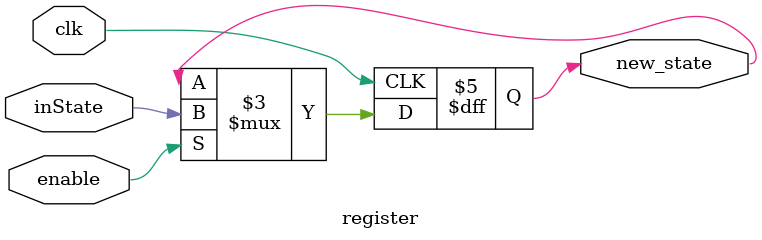
<source format=sv>
module register (output reg new_state, input inState, input clk, input enable);

  initial begin
    new_state = 0;
  end

  always @ ( posedge clk ) begin

    if (enable)
      begin
        new_state <= inState;
      end

  end

endmodule

</source>
